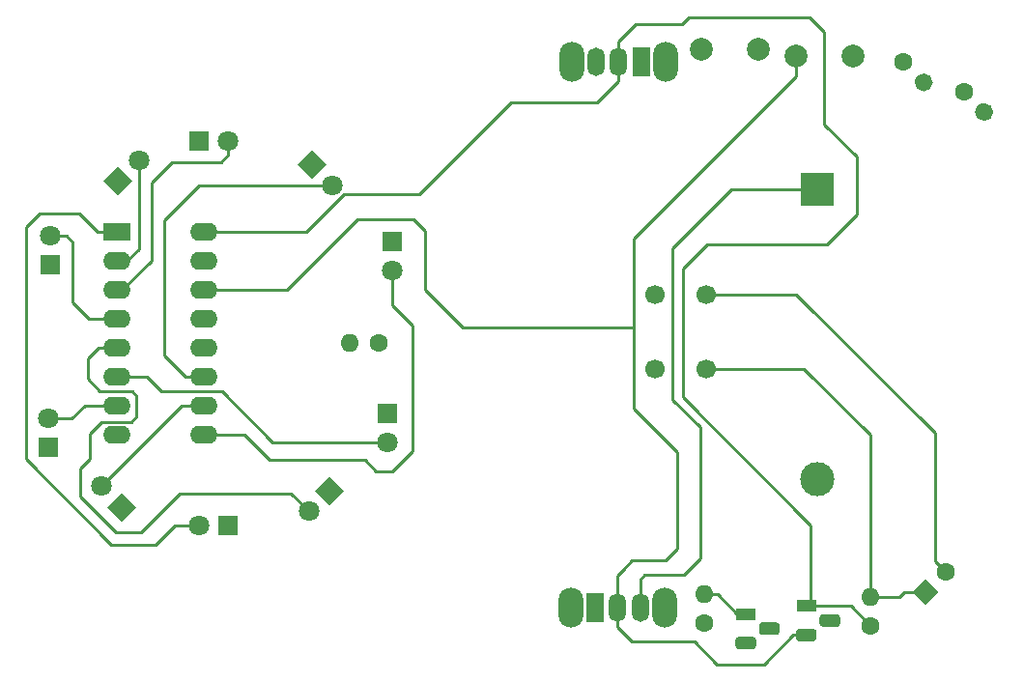
<source format=gbr>
%TF.GenerationSoftware,KiCad,Pcbnew,(5.1.9-0-10_14)*%
%TF.CreationDate,2021-08-25T11:14:01+08:00*%
%TF.ProjectId,osc_bjt_4017,6f73635f-626a-4745-9f34-3031372e6b69,rev?*%
%TF.SameCoordinates,Original*%
%TF.FileFunction,Copper,L1,Top*%
%TF.FilePolarity,Positive*%
%FSLAX46Y46*%
G04 Gerber Fmt 4.6, Leading zero omitted, Abs format (unit mm)*
G04 Created by KiCad (PCBNEW (5.1.9-0-10_14)) date 2021-08-25 11:14:01*
%MOMM*%
%LPD*%
G01*
G04 APERTURE LIST*
%TA.AperFunction,ComponentPad*%
%ADD10O,2.200000X3.500000*%
%TD*%
%TA.AperFunction,ComponentPad*%
%ADD11O,1.500000X2.500000*%
%TD*%
%TA.AperFunction,ComponentPad*%
%ADD12R,1.500000X2.500000*%
%TD*%
%TA.AperFunction,ComponentPad*%
%ADD13O,1.600000X1.600000*%
%TD*%
%TA.AperFunction,ComponentPad*%
%ADD14C,1.600000*%
%TD*%
%TA.AperFunction,ComponentPad*%
%ADD15C,0.100000*%
%TD*%
%TA.AperFunction,ComponentPad*%
%ADD16C,1.700000*%
%TD*%
%TA.AperFunction,ComponentPad*%
%ADD17C,1.800000*%
%TD*%
%TA.AperFunction,ComponentPad*%
%ADD18R,1.800000X1.800000*%
%TD*%
%TA.AperFunction,ComponentPad*%
%ADD19R,1.800000X1.100000*%
%TD*%
%TA.AperFunction,ComponentPad*%
%ADD20C,3.000000*%
%TD*%
%TA.AperFunction,ComponentPad*%
%ADD21R,3.000000X3.000000*%
%TD*%
%TA.AperFunction,ComponentPad*%
%ADD22O,2.400000X1.600000*%
%TD*%
%TA.AperFunction,ComponentPad*%
%ADD23R,2.400000X1.600000*%
%TD*%
%TA.AperFunction,ComponentPad*%
%ADD24C,2.000000*%
%TD*%
%TA.AperFunction,Conductor*%
%ADD25C,0.250000*%
%TD*%
G04 APERTURE END LIST*
D10*
%TO.P,SW4,*%
%TO.N,*%
X111750000Y-111300000D03*
X119950000Y-111300000D03*
D11*
%TO.P,SW4,3*%
%TO.N,Net-(SW4-Pad3)*%
X113850000Y-111300000D03*
%TO.P,SW4,2*%
%TO.N,+3V0*%
X115850000Y-111300000D03*
D12*
%TO.P,SW4,1*%
%TO.N,Net-(BT1-Pad1)*%
X117850000Y-111300000D03*
%TD*%
D10*
%TO.P,SW3,*%
%TO.N,*%
X119850000Y-159150000D03*
X111650000Y-159150000D03*
D11*
%TO.P,SW3,3*%
%TO.N,Net-(LS1-Pad1)*%
X117750000Y-159150000D03*
%TO.P,SW3,2*%
%TO.N,Net-(C2-Pad2)*%
X115750000Y-159150000D03*
D12*
%TO.P,SW3,1*%
%TO.N,Net-(R5-Pad1)*%
X113750000Y-159150000D03*
%TD*%
D13*
%TO.P,R5,2*%
%TO.N,GNDREF*%
X123400000Y-157960000D03*
D14*
%TO.P,R5,1*%
%TO.N,Net-(R5-Pad1)*%
X123400000Y-160500000D03*
%TD*%
D13*
%TO.P,R4,2*%
%TO.N,GNDREF*%
X92260000Y-135900000D03*
D14*
%TO.P,R4,1*%
%TO.N,Net-(D1-Pad1)*%
X94800000Y-135900000D03*
%TD*%
%TO.P,R3,2*%
%TO.N,Net-(C1-Pad2)*%
%TA.AperFunction,ComponentPad*%
G36*
G01*
X142030366Y-112530366D02*
X142030366Y-112530366D01*
G75*
G02*
X143161736Y-112530366I565685J-565685D01*
G01*
X143161736Y-112530366D01*
G75*
G02*
X143161736Y-113661736I-565685J-565685D01*
G01*
X143161736Y-113661736D01*
G75*
G02*
X142030366Y-113661736I-565685J565685D01*
G01*
X142030366Y-113661736D01*
G75*
G02*
X142030366Y-112530366I565685J565685D01*
G01*
G37*
%TD.AperFunction*%
%TO.P,R3,1*%
%TO.N,Net-(C2-Pad1)*%
X140800000Y-111300000D03*
%TD*%
%TO.P,R2,2*%
%TO.N,Net-(C3-Pad2)*%
%TA.AperFunction,ComponentPad*%
G36*
G01*
X147330366Y-115130366D02*
X147330366Y-115130366D01*
G75*
G02*
X148461736Y-115130366I565685J-565685D01*
G01*
X148461736Y-115130366D01*
G75*
G02*
X148461736Y-116261736I-565685J-565685D01*
G01*
X148461736Y-116261736D01*
G75*
G02*
X147330366Y-116261736I-565685J565685D01*
G01*
X147330366Y-116261736D01*
G75*
G02*
X147330366Y-115130366I565685J565685D01*
G01*
G37*
%TD.AperFunction*%
%TO.P,R2,1*%
%TO.N,Net-(C1-Pad2)*%
X146100000Y-113900000D03*
%TD*%
D13*
%TO.P,R1,2*%
%TO.N,Net-(C3-Pad1)*%
X137900000Y-158160000D03*
D14*
%TO.P,R1,1*%
%TO.N,+3V0*%
X137900000Y-160700000D03*
%TD*%
%TO.P,C3,2*%
%TO.N,Net-(C3-Pad2)*%
X144517767Y-155982233D03*
%TA.AperFunction,ComponentPad*%
D15*
%TO.P,C3,1*%
%TO.N,Net-(C3-Pad1)*%
G36*
X142750000Y-158881371D02*
G01*
X141618629Y-157750000D01*
X142750000Y-156618629D01*
X143881371Y-157750000D01*
X142750000Y-158881371D01*
G37*
%TD.AperFunction*%
%TD*%
D16*
%TO.P,SW1,1*%
%TO.N,Net-(C3-Pad2)*%
X123500000Y-131700000D03*
%TO.P,SW1,2*%
%TO.N,Net-(C3-Pad1)*%
X123500000Y-138200000D03*
%TO.P,SW1,3*%
%TO.N,N/C*%
X119000000Y-131700000D03*
%TO.P,SW1,4*%
X119000000Y-138200000D03*
%TD*%
D17*
%TO.P,D10,2*%
%TO.N,Net-(D10-Pad2)*%
X90796051Y-122096051D03*
%TA.AperFunction,ComponentPad*%
D15*
%TO.P,D10,1*%
%TO.N,Net-(D1-Pad1)*%
G36*
X87727208Y-120300000D02*
G01*
X89000000Y-119027208D01*
X90272792Y-120300000D01*
X89000000Y-121572792D01*
X87727208Y-120300000D01*
G37*
%TD.AperFunction*%
%TD*%
D17*
%TO.P,D9,2*%
%TO.N,Net-(D9-Pad2)*%
X96000000Y-129540000D03*
D18*
%TO.P,D9,1*%
%TO.N,Net-(D1-Pad1)*%
X96000000Y-127000000D03*
%TD*%
D17*
%TO.P,D8,2*%
%TO.N,Net-(D8-Pad2)*%
X95600000Y-144640000D03*
D18*
%TO.P,D8,1*%
%TO.N,Net-(D1-Pad1)*%
X95600000Y-142100000D03*
%TD*%
D17*
%TO.P,D7,2*%
%TO.N,Net-(D7-Pad2)*%
X88703949Y-150696051D03*
%TA.AperFunction,ComponentPad*%
D15*
%TO.P,D7,1*%
%TO.N,Net-(D1-Pad1)*%
G36*
X90500000Y-147627208D02*
G01*
X91772792Y-148900000D01*
X90500000Y-150172792D01*
X89227208Y-148900000D01*
X90500000Y-147627208D01*
G37*
%TD.AperFunction*%
%TD*%
D17*
%TO.P,D6,2*%
%TO.N,Net-(D6-Pad2)*%
X79060000Y-151900000D03*
D18*
%TO.P,D6,1*%
%TO.N,Net-(D1-Pad1)*%
X81600000Y-151900000D03*
%TD*%
D17*
%TO.P,D5,2*%
%TO.N,Net-(D5-Pad2)*%
X70503949Y-148503949D03*
%TA.AperFunction,ComponentPad*%
D15*
%TO.P,D5,1*%
%TO.N,Net-(D1-Pad1)*%
G36*
X73572792Y-150300000D02*
G01*
X72300000Y-151572792D01*
X71027208Y-150300000D01*
X72300000Y-149027208D01*
X73572792Y-150300000D01*
G37*
%TD.AperFunction*%
%TD*%
D17*
%TO.P,D4,2*%
%TO.N,Net-(D4-Pad2)*%
X65900000Y-142560000D03*
D18*
%TO.P,D4,1*%
%TO.N,Net-(D1-Pad1)*%
X65900000Y-145100000D03*
%TD*%
D17*
%TO.P,D3,2*%
%TO.N,Net-(D3-Pad2)*%
X66000000Y-126560000D03*
D18*
%TO.P,D3,1*%
%TO.N,Net-(D1-Pad1)*%
X66000000Y-129100000D03*
%TD*%
D17*
%TO.P,D2,2*%
%TO.N,Net-(D2-Pad2)*%
X73796051Y-119903949D03*
%TA.AperFunction,ComponentPad*%
D15*
%TO.P,D2,1*%
%TO.N,Net-(D1-Pad1)*%
G36*
X72000000Y-122972792D02*
G01*
X70727208Y-121700000D01*
X72000000Y-120427208D01*
X73272792Y-121700000D01*
X72000000Y-122972792D01*
G37*
%TD.AperFunction*%
%TD*%
D17*
%TO.P,D1,2*%
%TO.N,Net-(D1-Pad2)*%
X81640000Y-118200000D03*
D18*
%TO.P,D1,1*%
%TO.N,Net-(D1-Pad1)*%
X79100000Y-118200000D03*
%TD*%
D19*
%TO.P,Q2,1*%
%TO.N,+3V0*%
X132300000Y-159000000D03*
%TO.P,Q2,3*%
%TO.N,Net-(C2-Pad2)*%
%TA.AperFunction,ComponentPad*%
G36*
G01*
X131675000Y-160990000D02*
X132925000Y-160990000D01*
G75*
G02*
X133200000Y-161265000I0J-275000D01*
G01*
X133200000Y-161815000D01*
G75*
G02*
X132925000Y-162090000I-275000J0D01*
G01*
X131675000Y-162090000D01*
G75*
G02*
X131400000Y-161815000I0J275000D01*
G01*
X131400000Y-161265000D01*
G75*
G02*
X131675000Y-160990000I275000J0D01*
G01*
G37*
%TD.AperFunction*%
%TO.P,Q2,2*%
%TO.N,Net-(C1-Pad1)*%
%TA.AperFunction,ComponentPad*%
G36*
G01*
X133745000Y-159720000D02*
X134995000Y-159720000D01*
G75*
G02*
X135270000Y-159995000I0J-275000D01*
G01*
X135270000Y-160545000D01*
G75*
G02*
X134995000Y-160820000I-275000J0D01*
G01*
X133745000Y-160820000D01*
G75*
G02*
X133470000Y-160545000I0J275000D01*
G01*
X133470000Y-159995000D01*
G75*
G02*
X133745000Y-159720000I275000J0D01*
G01*
G37*
%TD.AperFunction*%
%TD*%
%TO.P,Q1,1*%
%TO.N,GNDREF*%
X127000000Y-159700000D03*
%TO.P,Q1,3*%
%TO.N,Net-(C1-Pad1)*%
%TA.AperFunction,ComponentPad*%
G36*
G01*
X126375000Y-161690000D02*
X127625000Y-161690000D01*
G75*
G02*
X127900000Y-161965000I0J-275000D01*
G01*
X127900000Y-162515000D01*
G75*
G02*
X127625000Y-162790000I-275000J0D01*
G01*
X126375000Y-162790000D01*
G75*
G02*
X126100000Y-162515000I0J275000D01*
G01*
X126100000Y-161965000D01*
G75*
G02*
X126375000Y-161690000I275000J0D01*
G01*
G37*
%TD.AperFunction*%
%TO.P,Q1,2*%
%TO.N,Net-(C1-Pad2)*%
%TA.AperFunction,ComponentPad*%
G36*
G01*
X128445000Y-160420000D02*
X129695000Y-160420000D01*
G75*
G02*
X129970000Y-160695000I0J-275000D01*
G01*
X129970000Y-161245000D01*
G75*
G02*
X129695000Y-161520000I-275000J0D01*
G01*
X128445000Y-161520000D01*
G75*
G02*
X128170000Y-161245000I0J275000D01*
G01*
X128170000Y-160695000D01*
G75*
G02*
X128445000Y-160420000I275000J0D01*
G01*
G37*
%TD.AperFunction*%
%TD*%
D20*
%TO.P,LS1,2*%
%TO.N,GNDREF*%
X133300000Y-147850000D03*
D21*
%TO.P,LS1,1*%
%TO.N,Net-(LS1-Pad1)*%
X133300000Y-122450000D03*
%TD*%
D22*
%TO.P,U1,16*%
%TO.N,+3V0*%
X79520000Y-126200000D03*
%TO.P,U1,8*%
%TO.N,GNDREF*%
X71900000Y-143980000D03*
%TO.P,U1,15*%
X79520000Y-128740000D03*
%TO.P,U1,7*%
%TO.N,Net-(D4-Pad2)*%
X71900000Y-141440000D03*
%TO.P,U1,14*%
%TO.N,Net-(C2-Pad2)*%
X79520000Y-131280000D03*
%TO.P,U1,6*%
%TO.N,Net-(D8-Pad2)*%
X71900000Y-138900000D03*
%TO.P,U1,13*%
%TO.N,GNDREF*%
X79520000Y-133820000D03*
%TO.P,U1,5*%
%TO.N,Net-(D7-Pad2)*%
X71900000Y-136360000D03*
%TO.P,U1,12*%
%TO.N,Net-(U1-Pad12)*%
X79520000Y-136360000D03*
%TO.P,U1,4*%
%TO.N,Net-(D3-Pad2)*%
X71900000Y-133820000D03*
%TO.P,U1,11*%
%TO.N,Net-(D10-Pad2)*%
X79520000Y-138900000D03*
%TO.P,U1,3*%
%TO.N,Net-(D1-Pad2)*%
X71900000Y-131280000D03*
%TO.P,U1,10*%
%TO.N,Net-(D5-Pad2)*%
X79520000Y-141440000D03*
%TO.P,U1,2*%
%TO.N,Net-(D2-Pad2)*%
X71900000Y-128740000D03*
%TO.P,U1,9*%
%TO.N,Net-(D9-Pad2)*%
X79520000Y-143980000D03*
D23*
%TO.P,U1,1*%
%TO.N,Net-(D6-Pad2)*%
X71900000Y-126200000D03*
%TD*%
D24*
%TO.P,C2,2*%
%TO.N,Net-(C2-Pad2)*%
X131400000Y-110800000D03*
%TO.P,C2,1*%
%TO.N,Net-(C2-Pad1)*%
X136400000Y-110800000D03*
%TD*%
%TO.P,C1,2*%
%TO.N,Net-(C1-Pad2)*%
X128100000Y-110200000D03*
%TO.P,C1,1*%
%TO.N,Net-(C1-Pad1)*%
X123100000Y-110200000D03*
%TD*%
D25*
%TO.N,Net-(C2-Pad2)*%
X83020000Y-131280000D02*
X79520000Y-131280000D01*
X93000000Y-125100000D02*
X86820000Y-131280000D01*
X97900000Y-125100000D02*
X93000000Y-125100000D01*
X98900000Y-126100000D02*
X97900000Y-125100000D01*
X98900000Y-131300000D02*
X98900000Y-126100000D01*
X86820000Y-131280000D02*
X83020000Y-131280000D01*
X102200000Y-134600000D02*
X98900000Y-131300000D01*
X117200000Y-134600000D02*
X102200000Y-134600000D01*
X117200000Y-126800000D02*
X117200000Y-134600000D01*
X131400000Y-112600000D02*
X117200000Y-126800000D01*
X131400000Y-110800000D02*
X131400000Y-112600000D01*
X131160000Y-161540000D02*
X128600000Y-164100000D01*
X132700000Y-161540000D02*
X131160000Y-161540000D01*
X124500000Y-164100000D02*
X128600000Y-164100000D01*
X117200000Y-141700000D02*
X117200000Y-134600000D01*
X121000000Y-153950000D02*
X121000000Y-145500000D01*
X121000000Y-145500000D02*
X117200000Y-141700000D01*
X119950000Y-155000000D02*
X121000000Y-153950000D01*
X117050000Y-155000000D02*
X119950000Y-155000000D01*
X122500000Y-162100000D02*
X124500000Y-164100000D01*
X115750000Y-156300000D02*
X116225000Y-155825000D01*
X115750000Y-159150000D02*
X115750000Y-156300000D01*
X116225000Y-155825000D02*
X117050000Y-155000000D01*
X116100000Y-155950000D02*
X116225000Y-155825000D01*
X115750000Y-159150000D02*
X115750000Y-160800000D01*
X117050000Y-162100000D02*
X118650000Y-162100000D01*
X115750000Y-160800000D02*
X117050000Y-162100000D01*
X118650000Y-162100000D02*
X122500000Y-162100000D01*
X118100000Y-162100000D02*
X118650000Y-162100000D01*
%TO.N,Net-(D1-Pad2)*%
X81640000Y-119460000D02*
X81640000Y-118200000D01*
X76700000Y-120100000D02*
X81000000Y-120100000D01*
X81000000Y-120100000D02*
X81640000Y-119460000D01*
X74900000Y-121900000D02*
X76700000Y-120100000D01*
X74900000Y-128700000D02*
X74900000Y-121900000D01*
X72320000Y-131280000D02*
X74900000Y-128700000D01*
X71900000Y-131280000D02*
X72320000Y-131280000D01*
%TO.N,Net-(D2-Pad2)*%
X71900000Y-128740000D02*
X72760000Y-128740000D01*
X73796051Y-127703949D02*
X73796051Y-119903949D01*
X72760000Y-128740000D02*
X73796051Y-127703949D01*
%TO.N,Net-(D3-Pad2)*%
X66000000Y-126560000D02*
X67460000Y-126560000D01*
X67460000Y-126560000D02*
X68000000Y-127100000D01*
X68000000Y-127100000D02*
X68000000Y-132400000D01*
X69420000Y-133820000D02*
X71900000Y-133820000D01*
X68000000Y-132400000D02*
X69420000Y-133820000D01*
%TO.N,Net-(D4-Pad2)*%
X65900000Y-142560000D02*
X67940000Y-142560000D01*
X69060000Y-141440000D02*
X71900000Y-141440000D01*
X67940000Y-142560000D02*
X69060000Y-141440000D01*
%TO.N,Net-(D5-Pad2)*%
X77567898Y-141440000D02*
X70503949Y-148503949D01*
X79520000Y-141440000D02*
X77567898Y-141440000D01*
%TO.N,Net-(D6-Pad2)*%
X70200000Y-126200000D02*
X71900000Y-126200000D01*
X68600000Y-124600000D02*
X70200000Y-126200000D01*
X63900000Y-146100000D02*
X63900000Y-125800000D01*
X71400000Y-153600000D02*
X63900000Y-146100000D01*
X65100000Y-124600000D02*
X68600000Y-124600000D01*
X75300000Y-153600000D02*
X71400000Y-153600000D01*
X77000000Y-151900000D02*
X75300000Y-153600000D01*
X63900000Y-125800000D02*
X65100000Y-124600000D01*
X79060000Y-151900000D02*
X77000000Y-151900000D01*
%TO.N,Net-(D7-Pad2)*%
X69300000Y-137300000D02*
X70240000Y-136360000D01*
X70400000Y-140200000D02*
X69300000Y-139100000D01*
X73200000Y-140200000D02*
X70400000Y-140200000D01*
X73600000Y-140600000D02*
X73200000Y-140200000D01*
X73600000Y-142400000D02*
X73600000Y-140600000D01*
X73145010Y-142854990D02*
X73600000Y-142400000D01*
X70240000Y-136360000D02*
X71900000Y-136360000D01*
X69300000Y-139100000D02*
X69300000Y-137300000D01*
X70554990Y-142854990D02*
X73145010Y-142854990D01*
X68700000Y-149400000D02*
X68700000Y-146900000D01*
X69509980Y-143900000D02*
X70554990Y-142854990D01*
X69509980Y-146090020D02*
X69509980Y-143900000D01*
X68700000Y-146900000D02*
X69509980Y-146090020D01*
X88703949Y-150696051D02*
X87107898Y-149100000D01*
X87107898Y-149100000D02*
X77400000Y-149100000D01*
X74000000Y-152500000D02*
X71800000Y-152500000D01*
X71800000Y-152500000D02*
X68700000Y-149400000D01*
X77400000Y-149100000D02*
X74000000Y-152500000D01*
%TO.N,Net-(D8-Pad2)*%
X75800000Y-140200000D02*
X81100000Y-140200000D01*
X74500000Y-138900000D02*
X75800000Y-140200000D01*
X85540000Y-144640000D02*
X95600000Y-144640000D01*
X81100000Y-140200000D02*
X85540000Y-144640000D01*
X71900000Y-138900000D02*
X74500000Y-138900000D01*
%TO.N,Net-(D9-Pad2)*%
X94600000Y-147200000D02*
X96000000Y-147200000D01*
X83080000Y-143980000D02*
X85300000Y-146200000D01*
X93600000Y-146200000D02*
X94600000Y-147200000D01*
X96000000Y-147200000D02*
X97800000Y-145400000D01*
X85300000Y-146200000D02*
X93600000Y-146200000D01*
X79520000Y-143980000D02*
X83080000Y-143980000D01*
X96000000Y-132600000D02*
X97800000Y-134400000D01*
X96000000Y-129540000D02*
X96000000Y-132600000D01*
X97800000Y-145400000D02*
X97800000Y-134400000D01*
%TO.N,Net-(D10-Pad2)*%
X82303949Y-122096051D02*
X90796051Y-122096051D01*
X77900000Y-138900000D02*
X76000000Y-137000000D01*
X76000000Y-125200000D02*
X79103949Y-122096051D01*
X79520000Y-138900000D02*
X77900000Y-138900000D01*
X76000000Y-137000000D02*
X76000000Y-125200000D01*
X79103949Y-122096051D02*
X82303949Y-122096051D01*
%TO.N,GNDREF*%
X126280000Y-159700000D02*
X124540000Y-157960000D01*
X127400000Y-159700000D02*
X126280000Y-159700000D01*
X123400000Y-157960000D02*
X124540000Y-157960000D01*
%TO.N,+3V0*%
X136200000Y-159000000D02*
X135300000Y-159000000D01*
X137900000Y-160700000D02*
X136200000Y-159000000D01*
X132700000Y-159000000D02*
X135300000Y-159000000D01*
X121500000Y-140700000D02*
X132700000Y-151900000D01*
X123600000Y-127300000D02*
X121500000Y-129400000D01*
X136700000Y-124700000D02*
X134100000Y-127300000D01*
X136700000Y-119600000D02*
X136700000Y-124700000D01*
X133900000Y-108700000D02*
X133900000Y-116800000D01*
X122000000Y-107400000D02*
X132600000Y-107400000D01*
X132700000Y-151900000D02*
X132700000Y-159000000D01*
X121400000Y-108000000D02*
X122000000Y-107400000D01*
X121500000Y-129400000D02*
X121500000Y-140700000D01*
X133900000Y-116800000D02*
X136700000Y-119600000D01*
X132600000Y-107400000D02*
X133900000Y-108700000D01*
X134100000Y-127300000D02*
X123600000Y-127300000D01*
X91805104Y-122900000D02*
X88505104Y-126200000D01*
X106450000Y-114850000D02*
X98400000Y-122900000D01*
X88505104Y-126200000D02*
X79520000Y-126200000D01*
X98400000Y-122900000D02*
X91805104Y-122900000D01*
X115850000Y-113000000D02*
X114000000Y-114850000D01*
X114000000Y-114850000D02*
X106450000Y-114850000D01*
X115850000Y-111300000D02*
X115850000Y-113000000D01*
X115850000Y-111300000D02*
X115850000Y-109500000D01*
X117350000Y-108000000D02*
X121400000Y-108000000D01*
X115850000Y-109500000D02*
X117350000Y-108000000D01*
%TO.N,Net-(C3-Pad2)*%
X143567767Y-155032233D02*
X144517767Y-155982233D01*
X143567767Y-143832233D02*
X143567767Y-155032233D01*
X131435534Y-131700000D02*
X143567767Y-143832233D01*
X123500000Y-131700000D02*
X131435534Y-131700000D01*
%TO.N,Net-(C3-Pad1)*%
X137900000Y-158160000D02*
X140460000Y-158160000D01*
X132100000Y-138200000D02*
X123500000Y-138200000D01*
X137900000Y-144000000D02*
X132100000Y-138200000D01*
X137900000Y-158160000D02*
X137900000Y-144000000D01*
X140870000Y-157750000D02*
X140460000Y-158160000D01*
X142750000Y-157750000D02*
X140870000Y-157750000D01*
%TO.N,Net-(LS1-Pad1)*%
X117750000Y-159150000D02*
X117750000Y-157150000D01*
X117750000Y-156650000D02*
X117750000Y-159150000D01*
X118150000Y-156250000D02*
X117750000Y-156650000D01*
X123000000Y-143300000D02*
X123000000Y-154850000D01*
X120600000Y-140900000D02*
X123000000Y-143300000D01*
X120600000Y-127600000D02*
X120600000Y-140900000D01*
X125750000Y-122450000D02*
X120600000Y-127600000D01*
X121600000Y-156250000D02*
X118150000Y-156250000D01*
X123000000Y-154850000D02*
X121600000Y-156250000D01*
X133300000Y-122450000D02*
X125750000Y-122450000D01*
%TD*%
M02*

</source>
